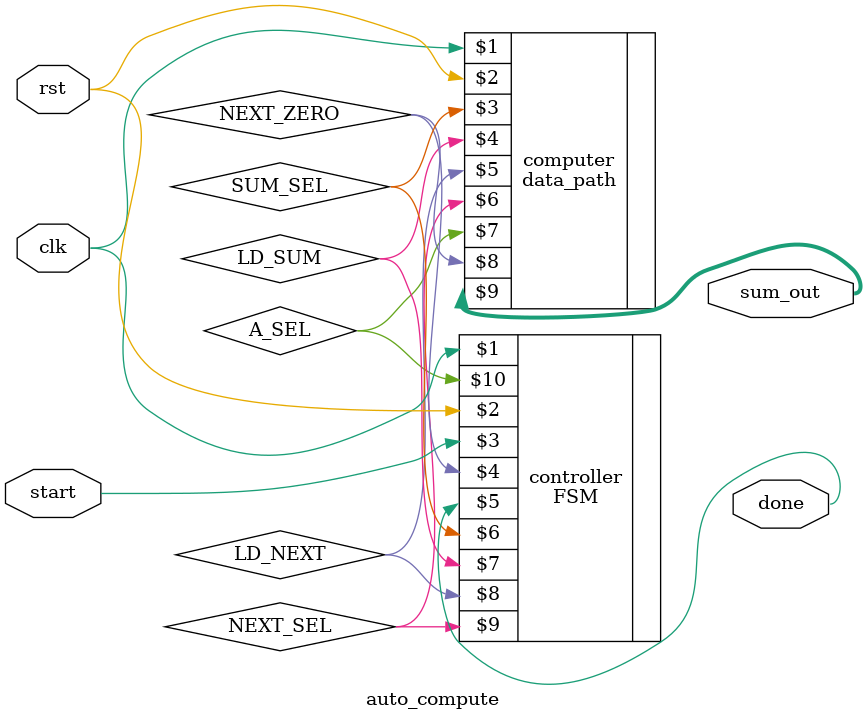
<source format=v>
`timescale 1ns / 1ps


module auto_compute#(parameter DATA_WIDTH = 32)(start,rst,clk,done,sum_out);

    input start,rst,clk;
    output done;
    output [DATA_WIDTH-1:0] sum_out;
    
    wire SUM_SEL,LD_SUM,LD_NEXT,NEXT_SEL,A_SEL,NEXT_ZERO;
    
    FSM controller(clk,rst,start,NEXT_ZERO,done,SUM_SEL,LD_SUM,LD_NEXT,NEXT_SEL,A_SEL);
    data_path #(DATA_WIDTH) computer(clk,rst,SUM_SEL,LD_SUM,LD_NEXT,NEXT_SEL,A_SEL,NEXT_ZERO,sum_out );

endmodule

</source>
